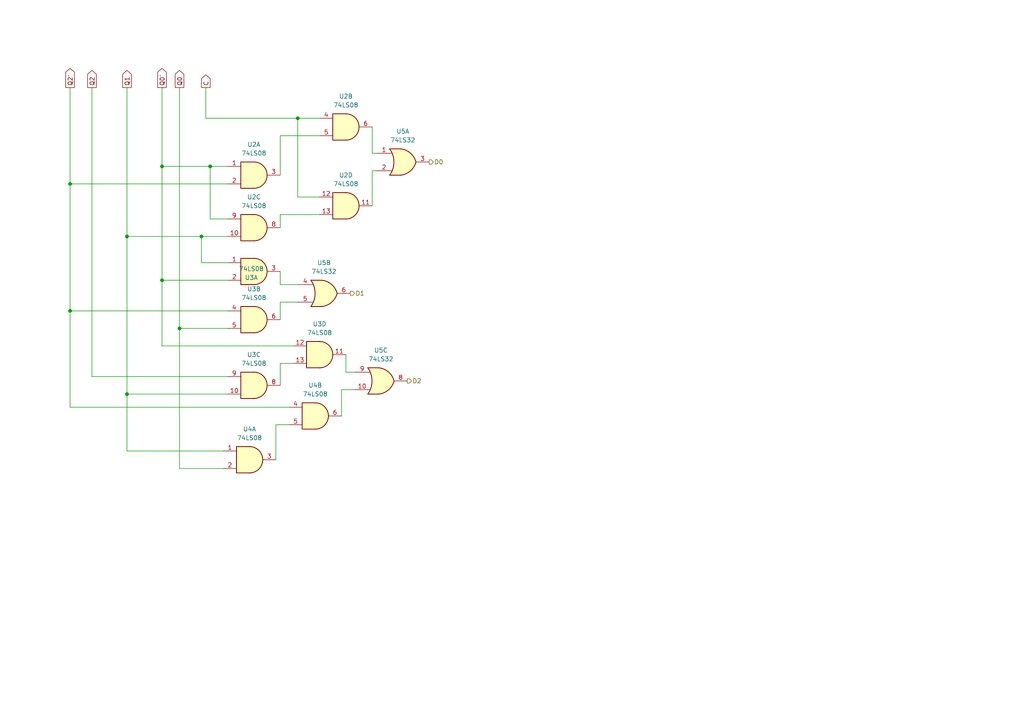
<source format=kicad_sch>
(kicad_sch (version 20250114) (generator "eeschema") (generator_version "9.0")
  (paper "A4")
  (lib_symbols
    (symbol "74xx:74LS08" (pin_names (offset 1.016))
      (property "Reference" "U" (at 0 1.27 0))
      (property "Value" "74LS08" (at 0 -1.27 0))
      (symbol "74LS08_1_1"
        (arc (start 0 3.81) (mid 3.7934 0) (end 0 -3.81) (stroke (width 0.254)) (fill (type background)))
        (polyline (pts (xy 0 3.81) (xy -3.81 3.81) (xy -3.81 -3.81) (xy 0 -3.81)) (stroke (width 0.254)) (fill (type background)))
        (pin input line (at -7.62 2.54 0) (length 3.81) (name "~") (number "1"))
        (pin input line (at -7.62 -2.54 0) (length 3.81) (name "~") (number "2"))
        (pin output line (at 7.62 0 180) (length 3.81) (name "~") (number "3"))
      )
      (symbol "74LS08_1_2"
        (arc (start -3.81 3.81) (mid -2.589 0) (end -3.81 -3.81) (stroke (width 0.254)))
        (polyline (pts (xy -3.81 3.81) (xy -0.635 3.81)) (stroke (width 0.254)) (fill (type background)))
        (polyline (pts (xy -3.81 -3.81) (xy -0.635 -3.81)) (stroke (width 0.254)) (fill (type background)))
        (arc (start 3.81 0) (mid 2.1855 -2.584) (end -0.6096 -3.81) (stroke (width 0.254)) (fill (type background)))
        (arc (start -0.6096 3.81) (mid 2.1928 2.5924) (end 3.81 0) (stroke (width 0.254)) (fill (type background)))
        (polyline (pts (xy -0.635 3.81) (xy -3.81 3.81) (xy -3.81 3.81) (xy -3.556 3.4036) (xy -3.0226 2.2606) (xy -2.6924 1.0414) (xy -2.6162 -0.254) (xy -2.7686 -1.4986) (xy -3.175 -2.7178) (xy -3.81 -3.81) (xy -3.81 -3.81) (xy -0.635 -3.81)) (stroke (width -25.4)) (fill (type background)))
        (pin input inverted (at -7.62 2.54 0) (length 4.318) (name "~") (number "1"))
        (pin input inverted (at -7.62 -2.54 0) (length 4.318) (name "~") (number "2"))
        (pin output inverted (at 7.62 0 180) (length 3.81) (name "~") (number "3"))
      )
      (symbol "74LS08_2_1"
        (arc (start 0 3.81) (mid 3.7934 0) (end 0 -3.81) (stroke (width 0.254)) (fill (type background)))
        (polyline (pts (xy 0 3.81) (xy -3.81 3.81) (xy -3.81 -3.81) (xy 0 -3.81)) (stroke (width 0.254)) (fill (type background)))
        (pin input line (at -7.62 2.54 0) (length 3.81) (name "~") (number "4"))
        (pin input line (at -7.62 -2.54 0) (length 3.81) (name "~") (number "5"))
        (pin output line (at 7.62 0 180) (length 3.81) (name "~") (number "6"))
      )
      (symbol "74LS08_2_2"
        (arc (start -3.81 3.81) (mid -2.589 0) (end -3.81 -3.81) (stroke (width 0.254)))
        (polyline (pts (xy -3.81 3.81) (xy -0.635 3.81)) (stroke (width 0.254)) (fill (type background)))
        (polyline (pts (xy -3.81 -3.81) (xy -0.635 -3.81)) (stroke (width 0.254)) (fill (type background)))
        (arc (start 3.81 0) (mid 2.1855 -2.584) (end -0.6096 -3.81) (stroke (width 0.254)) (fill (type background)))
        (arc (start -0.6096 3.81) (mid 2.1928 2.5924) (end 3.81 0) (stroke (width 0.254)) (fill (type background)))
        (polyline (pts (xy -0.635 3.81) (xy -3.81 3.81) (xy -3.81 3.81) (xy -3.556 3.4036) (xy -3.0226 2.2606) (xy -2.6924 1.0414) (xy -2.6162 -0.254) (xy -2.7686 -1.4986) (xy -3.175 -2.7178) (xy -3.81 -3.81) (xy -3.81 -3.81) (xy -0.635 -3.81)) (stroke (width -25.4)) (fill (type background)))
        (pin input inverted (at -7.62 2.54 0) (length 4.318) (name "~") (number "4"))
        (pin input inverted (at -7.62 -2.54 0) (length 4.318) (name "~") (number "5"))
        (pin output inverted (at 7.62 0 180) (length 3.81) (name "~") (number "6"))
      )
      (symbol "74LS08_3_1"
        (arc (start 0 3.81) (mid 3.7934 0) (end 0 -3.81) (stroke (width 0.254)) (fill (type background)))
        (polyline (pts (xy 0 3.81) (xy -3.81 3.81) (xy -3.81 -3.81) (xy 0 -3.81)) (stroke (width 0.254)) (fill (type background)))
        (pin input line (at -7.62 2.54 0) (length 3.81) (name "~") (number "9"))
        (pin input line (at -7.62 -2.54 0) (length 3.81) (name "~") (number "10"))
        (pin output line (at 7.62 0 180) (length 3.81) (name "~") (number "8"))
      )
      (symbol "74LS08_3_2"
        (arc (start -3.81 3.81) (mid -2.589 0) (end -3.81 -3.81) (stroke (width 0.254)))
        (polyline (pts (xy -3.81 3.81) (xy -0.635 3.81)) (stroke (width 0.254)) (fill (type background)))
        (polyline (pts (xy -3.81 -3.81) (xy -0.635 -3.81)) (stroke (width 0.254)) (fill (type background)))
        (arc (start 3.81 0) (mid 2.1855 -2.584) (end -0.6096 -3.81) (stroke (width 0.254)) (fill (type background)))
        (arc (start -0.6096 3.81) (mid 2.1928 2.5924) (end 3.81 0) (stroke (width 0.254)) (fill (type background)))
        (polyline (pts (xy -0.635 3.81) (xy -3.81 3.81) (xy -3.81 3.81) (xy -3.556 3.4036) (xy -3.0226 2.2606) (xy -2.6924 1.0414) (xy -2.6162 -0.254) (xy -2.7686 -1.4986) (xy -3.175 -2.7178) (xy -3.81 -3.81) (xy -3.81 -3.81) (xy -0.635 -3.81)) (stroke (width -25.4)) (fill (type background)))
        (pin input inverted (at -7.62 2.54 0) (length 4.318) (name "~") (number "9"))
        (pin input inverted (at -7.62 -2.54 0) (length 4.318) (name "~") (number "10"))
        (pin output inverted (at 7.62 0 180) (length 3.81) (name "~") (number "8"))
      )
      (symbol "74LS08_4_1"
        (arc (start 0 3.81) (mid 3.7934 0) (end 0 -3.81) (stroke (width 0.254)) (fill (type background)))
        (polyline (pts (xy 0 3.81) (xy -3.81 3.81) (xy -3.81 -3.81) (xy 0 -3.81)) (stroke (width 0.254)) (fill (type background)))
        (pin input line (at -7.62 2.54 0) (length 3.81) (name "~") (number "12"))
        (pin input line (at -7.62 -2.54 0) (length 3.81) (name "~") (number "13"))
        (pin output line (at 7.62 0 180) (length 3.81) (name "~") (number "11"))
      )
      (symbol "74LS08_4_2"
        (arc (start -3.81 3.81) (mid -2.589 0) (end -3.81 -3.81) (stroke (width 0.254)))
        (polyline (pts (xy -3.81 3.81) (xy -0.635 3.81)) (stroke (width 0.254)) (fill (type background)))
        (polyline (pts (xy -3.81 -3.81) (xy -0.635 -3.81)) (stroke (width 0.254)) (fill (type background)))
        (arc (start 3.81 0) (mid 2.1855 -2.584) (end -0.6096 -3.81) (stroke (width 0.254)) (fill (type background)))
        (arc (start -0.6096 3.81) (mid 2.1928 2.5924) (end 3.81 0) (stroke (width 0.254)) (fill (type background)))
        (polyline (pts (xy -0.635 3.81) (xy -3.81 3.81) (xy -3.81 3.81) (xy -3.556 3.4036) (xy -3.0226 2.2606) (xy -2.6924 1.0414) (xy -2.6162 -0.254) (xy -2.7686 -1.4986) (xy -3.175 -2.7178) (xy -3.81 -3.81) (xy -3.81 -3.81) (xy -0.635 -3.81)) (stroke (width -25.4)) (fill (type background)))
        (pin input inverted (at -7.62 2.54 0) (length 4.318) (name "~") (number "12"))
        (pin input inverted (at -7.62 -2.54 0) (length 4.318) (name "~") (number "13"))
        (pin output inverted (at 7.62 0 180) (length 3.81) (name "~") (number "11"))
      )
      (symbol "74LS08_5_0"
        (pin power_in line (at 0 12.7 270) (length 5.08) (name "VCC") (number "14"))
        (pin power_in line (at 0 -12.7 90) (length 5.08) (name "GND") (number "7"))
      )
      (symbol "74LS08_5_1"
        (rectangle (start -5.08 7.62) (end 5.08 -7.62) (stroke (width 0.254)) (fill (type background)))
      )
    )
    (symbol "74xx:74LS32" (pin_names (offset 1.016))
      (property "Reference" "U" (at 0 1.27 0))
      (property "Value" "74LS32" (at 0 -1.27 0))
      (symbol "74LS32_1_1"
        (arc (start -3.81 3.81) (mid -2.589 0) (end -3.81 -3.81) (stroke (width 0.254)))
        (polyline (pts (xy -3.81 3.81) (xy -0.635 3.81)) (stroke (width 0.254)) (fill (type background)))
        (polyline (pts (xy -3.81 -3.81) (xy -0.635 -3.81)) (stroke (width 0.254)) (fill (type background)))
        (arc (start 3.81 0) (mid 2.1855 -2.584) (end -0.6096 -3.81) (stroke (width 0.254)) (fill (type background)))
        (arc (start -0.6096 3.81) (mid 2.1928 2.5924) (end 3.81 0) (stroke (width 0.254)) (fill (type background)))
        (polyline (pts (xy -0.635 3.81) (xy -3.81 3.81) (xy -3.81 3.81) (xy -3.556 3.4036) (xy -3.0226 2.2606) (xy -2.6924 1.0414) (xy -2.6162 -0.254) (xy -2.7686 -1.4986) (xy -3.175 -2.7178) (xy -3.81 -3.81) (xy -3.81 -3.81) (xy -0.635 -3.81)) (stroke (width -25.4)) (fill (type background)))
        (pin input line (at -7.62 2.54 0) (length 4.318) (name "~") (number "1"))
        (pin input line (at -7.62 -2.54 0) (length 4.318) (name "~") (number "2"))
        (pin output line (at 7.62 0 180) (length 3.81) (name "~") (number "3"))
      )
      (symbol "74LS32_1_2"
        (arc (start 0 3.81) (mid 3.7934 0) (end 0 -3.81) (stroke (width 0.254)) (fill (type background)))
        (polyline (pts (xy 0 3.81) (xy -3.81 3.81) (xy -3.81 -3.81) (xy 0 -3.81)) (stroke (width 0.254)) (fill (type background)))
        (pin input inverted (at -7.62 2.54 0) (length 3.81) (name "~") (number "1"))
        (pin input inverted (at -7.62 -2.54 0) (length 3.81) (name "~") (number "2"))
        (pin output inverted (at 7.62 0 180) (length 3.81) (name "~") (number "3"))
      )
      (symbol "74LS32_2_1"
        (arc (start -3.81 3.81) (mid -2.589 0) (end -3.81 -3.81) (stroke (width 0.254)))
        (polyline (pts (xy -3.81 3.81) (xy -0.635 3.81)) (stroke (width 0.254)) (fill (type background)))
        (polyline (pts (xy -3.81 -3.81) (xy -0.635 -3.81)) (stroke (width 0.254)) (fill (type background)))
        (arc (start 3.81 0) (mid 2.1855 -2.584) (end -0.6096 -3.81) (stroke (width 0.254)) (fill (type background)))
        (arc (start -0.6096 3.81) (mid 2.1928 2.5924) (end 3.81 0) (stroke (width 0.254)) (fill (type background)))
        (polyline (pts (xy -0.635 3.81) (xy -3.81 3.81) (xy -3.81 3.81) (xy -3.556 3.4036) (xy -3.0226 2.2606) (xy -2.6924 1.0414) (xy -2.6162 -0.254) (xy -2.7686 -1.4986) (xy -3.175 -2.7178) (xy -3.81 -3.81) (xy -3.81 -3.81) (xy -0.635 -3.81)) (stroke (width -25.4)) (fill (type background)))
        (pin input line (at -7.62 2.54 0) (length 4.318) (name "~") (number "4"))
        (pin input line (at -7.62 -2.54 0) (length 4.318) (name "~") (number "5"))
        (pin output line (at 7.62 0 180) (length 3.81) (name "~") (number "6"))
      )
      (symbol "74LS32_2_2"
        (arc (start 0 3.81) (mid 3.7934 0) (end 0 -3.81) (stroke (width 0.254)) (fill (type background)))
        (polyline (pts (xy 0 3.81) (xy -3.81 3.81) (xy -3.81 -3.81) (xy 0 -3.81)) (stroke (width 0.254)) (fill (type background)))
        (pin input inverted (at -7.62 2.54 0) (length 3.81) (name "~") (number "4"))
        (pin input inverted (at -7.62 -2.54 0) (length 3.81) (name "~") (number "5"))
        (pin output inverted (at 7.62 0 180) (length 3.81) (name "~") (number "6"))
      )
      (symbol "74LS32_3_1"
        (arc (start -3.81 3.81) (mid -2.589 0) (end -3.81 -3.81) (stroke (width 0.254)))
        (polyline (pts (xy -3.81 3.81) (xy -0.635 3.81)) (stroke (width 0.254)) (fill (type background)))
        (polyline (pts (xy -3.81 -3.81) (xy -0.635 -3.81)) (stroke (width 0.254)) (fill (type background)))
        (arc (start 3.81 0) (mid 2.1855 -2.584) (end -0.6096 -3.81) (stroke (width 0.254)) (fill (type background)))
        (arc (start -0.6096 3.81) (mid 2.1928 2.5924) (end 3.81 0) (stroke (width 0.254)) (fill (type background)))
        (polyline (pts (xy -0.635 3.81) (xy -3.81 3.81) (xy -3.81 3.81) (xy -3.556 3.4036) (xy -3.0226 2.2606) (xy -2.6924 1.0414) (xy -2.6162 -0.254) (xy -2.7686 -1.4986) (xy -3.175 -2.7178) (xy -3.81 -3.81) (xy -3.81 -3.81) (xy -0.635 -3.81)) (stroke (width -25.4)) (fill (type background)))
        (pin input line (at -7.62 2.54 0) (length 4.318) (name "~") (number "9"))
        (pin input line (at -7.62 -2.54 0) (length 4.318) (name "~") (number "10"))
        (pin output line (at 7.62 0 180) (length 3.81) (name "~") (number "8"))
      )
      (symbol "74LS32_3_2"
        (arc (start 0 3.81) (mid 3.7934 0) (end 0 -3.81) (stroke (width 0.254)) (fill (type background)))
        (polyline (pts (xy 0 3.81) (xy -3.81 3.81) (xy -3.81 -3.81) (xy 0 -3.81)) (stroke (width 0.254)) (fill (type background)))
        (pin input inverted (at -7.62 2.54 0) (length 3.81) (name "~") (number "9"))
        (pin input inverted (at -7.62 -2.54 0) (length 3.81) (name "~") (number "10"))
        (pin output inverted (at 7.62 0 180) (length 3.81) (name "~") (number "8"))
      )
      (symbol "74LS32_4_1"
        (arc (start -3.81 3.81) (mid -2.589 0) (end -3.81 -3.81) (stroke (width 0.254)))
        (polyline (pts (xy -3.81 3.81) (xy -0.635 3.81)) (stroke (width 0.254)) (fill (type background)))
        (polyline (pts (xy -3.81 -3.81) (xy -0.635 -3.81)) (stroke (width 0.254)) (fill (type background)))
        (arc (start 3.81 0) (mid 2.1855 -2.584) (end -0.6096 -3.81) (stroke (width 0.254)) (fill (type background)))
        (arc (start -0.6096 3.81) (mid 2.1928 2.5924) (end 3.81 0) (stroke (width 0.254)) (fill (type background)))
        (polyline (pts (xy -0.635 3.81) (xy -3.81 3.81) (xy -3.81 3.81) (xy -3.556 3.4036) (xy -3.0226 2.2606) (xy -2.6924 1.0414) (xy -2.6162 -0.254) (xy -2.7686 -1.4986) (xy -3.175 -2.7178) (xy -3.81 -3.81) (xy -3.81 -3.81) (xy -0.635 -3.81)) (stroke (width -25.4)) (fill (type background)))
        (pin input line (at -7.62 2.54 0) (length 4.318) (name "~") (number "12"))
        (pin input line (at -7.62 -2.54 0) (length 4.318) (name "~") (number "13"))
        (pin output line (at 7.62 0 180) (length 3.81) (name "~") (number "11"))
      )
      (symbol "74LS32_4_2"
        (arc (start 0 3.81) (mid 3.7934 0) (end 0 -3.81) (stroke (width 0.254)) (fill (type background)))
        (polyline (pts (xy 0 3.81) (xy -3.81 3.81) (xy -3.81 -3.81) (xy 0 -3.81)) (stroke (width 0.254)) (fill (type background)))
        (pin input inverted (at -7.62 2.54 0) (length 3.81) (name "~") (number "12"))
        (pin input inverted (at -7.62 -2.54 0) (length 3.81) (name "~") (number "13"))
        (pin output inverted (at 7.62 0 180) (length 3.81) (name "~") (number "11"))
      )
      (symbol "74LS32_5_0"
        (pin power_in line (at 0 12.7 270) (length 5.08) (name "VCC") (number "14"))
        (pin power_in line (at 0 -12.7 90) (length 5.08) (name "GND") (number "7"))
      )
      (symbol "74LS32_5_1"
        (rectangle (start -5.08 7.62) (end 5.08 -7.62) (stroke (width 0.254)) (fill (type background)))
      )
    )
  )
  (junction (at 46.99 81.28))
  (junction (at 36.83 68.58))
  (junction (at 60.96 48.26))
  (junction (at 36.83 114.3))
  (junction (at 86.36 34.29))
  (junction (at 20.32 90.17))
  (junction (at 20.32 53.34))
  (junction (at 46.99 48.26))
  (junction (at 52.07 95.25))
  (junction (at 58.42 68.58))
  (wire (pts (xy 36.83 68.58) (xy 36.83 114.3)))
  (wire (pts (xy 100.33 102.87) (xy 100.33 107.95)))
  (wire (pts (xy 81.28 39.37) (xy 92.71 39.37)))
  (wire (pts (xy 86.36 34.29) (xy 86.36 57.15)))
  (wire (pts (xy 46.99 25.4) (xy 46.99 48.26)))
  (wire (pts (xy 46.99 100.33) (xy 85.09 100.33)))
  (wire (pts (xy 36.83 114.3) (xy 36.83 130.81)))
  (wire (pts (xy 81.28 105.41) (xy 85.09 105.41)))
  (wire (pts (xy 60.96 63.5) (xy 66.04 63.5)))
  (wire (pts (xy 58.42 68.58) (xy 66.04 68.58)))
  (wire (pts (xy 107.95 36.83) (xy 107.95 44.45)))
  (wire (pts (xy 20.32 25.4) (xy 20.32 53.34)))
  (wire (pts (xy 107.95 49.53) (xy 109.22 49.53)))
  (wire (pts (xy 80.01 123.19) (xy 83.82 123.19)))
  (wire (pts (xy 52.07 95.25) (xy 52.07 135.89)))
  (wire (pts (xy 20.32 118.11) (xy 83.82 118.11)))
  (wire (pts (xy 52.07 25.4) (xy 52.07 95.25)))
  (wire (pts (xy 107.95 59.69) (xy 107.95 49.53)))
  (wire (pts (xy 58.42 68.58) (xy 58.42 76.2)))
  (wire (pts (xy 81.28 87.63) (xy 86.36 87.63)))
  (wire (pts (xy 26.67 109.22) (xy 66.04 109.22)))
  (wire (pts (xy 20.32 90.17) (xy 66.04 90.17)))
  (wire (pts (xy 20.32 53.34) (xy 20.32 90.17)))
  (wire (pts (xy 81.28 66.04) (xy 81.28 62.23)))
  (wire (pts (xy 46.99 48.26) (xy 46.99 81.28)))
  (wire (pts (xy 107.95 44.45) (xy 109.22 44.45)))
  (wire (pts (xy 58.42 76.2) (xy 66.04 76.2)))
  (wire (pts (xy 20.32 90.17) (xy 20.32 118.11)))
  (wire (pts (xy 60.96 48.26) (xy 60.96 63.5)))
  (wire (pts (xy 36.83 68.58) (xy 58.42 68.58)))
  (wire (pts (xy 60.96 48.26) (xy 66.04 48.26)))
  (wire (pts (xy 46.99 81.28) (xy 46.99 100.33)))
  (wire (pts (xy 81.28 92.71) (xy 81.28 87.63)))
  (wire (pts (xy 80.01 133.35) (xy 80.01 123.19)))
  (wire (pts (xy 81.28 50.8) (xy 81.28 39.37)))
  (wire (pts (xy 81.28 111.76) (xy 81.28 105.41)))
  (wire (pts (xy 26.67 25.4) (xy 26.67 109.22)))
  (wire (pts (xy 86.36 57.15) (xy 92.71 57.15)))
  (wire (pts (xy 36.83 25.4) (xy 36.83 68.58)))
  (wire (pts (xy 100.33 107.95) (xy 102.87 107.95)))
  (wire (pts (xy 59.69 34.29) (xy 86.36 34.29)))
  (wire (pts (xy 36.83 114.3) (xy 66.04 114.3)))
  (wire (pts (xy 59.69 25.4) (xy 59.69 34.29)))
  (wire (pts (xy 99.06 113.03) (xy 102.87 113.03)))
  (wire (pts (xy 86.36 34.29) (xy 92.71 34.29)))
  (wire (pts (xy 36.83 130.81) (xy 64.77 130.81)))
  (wire (pts (xy 20.32 53.34) (xy 66.04 53.34)))
  (wire (pts (xy 99.06 120.65) (xy 99.06 113.03)))
  (wire (pts (xy 81.28 78.74) (xy 81.28 82.55)))
  (wire (pts (xy 52.07 135.89) (xy 64.77 135.89)))
  (wire (pts (xy 81.28 82.55) (xy 86.36 82.55)))
  (wire (pts (xy 52.07 95.25) (xy 66.04 95.25)))
  (wire (pts (xy 46.99 81.28) (xy 66.04 81.28)))
  (wire (pts (xy 81.28 62.23) (xy 92.71 62.23)))
  (wire (pts (xy 46.99 48.26) (xy 60.96 48.26)))
  (global_label "Q0'" (shape output) (at 46.99 25.4 90) (property "Intersheetrefs" "${INTERSHEET_REFS}" (effects (hide yes))))
  (global_label "Q1" (shape output) (at 36.83 25.4 90) (property "Intersheetrefs" "${INTERSHEET_REFS}" (effects (hide yes))))
  (global_label "C" (shape output) (at 59.69 25.4 90) (property "Intersheetrefs" "${INTERSHEET_REFS}" (effects (hide yes))))
  (global_label "Q0" (shape output) (at 52.07 25.4 90) (property "Intersheetrefs" "${INTERSHEET_REFS}" (effects (hide yes))))
  (global_label "Q2" (shape output) (at 26.67 25.4 90) (property "Intersheetrefs" "${INTERSHEET_REFS}" (effects (hide yes))))
  (global_label "Q2'" (shape output) (at 20.32 25.4 90) (property "Intersheetrefs" "${INTERSHEET_REFS}" (effects (hide yes))))
  (hierarchical_label "D0" (shape output) (at 124.46 46.99 0))
  (hierarchical_label "D1" (shape output) (at 101.6 85.09 0))
  (hierarchical_label "D2" (shape output) (at 118.11 110.49 0))
  (symbol (lib_id "74xx:74LS08") (at 91.44 120.65 0) (unit 2)
    (property "Reference" "U4" (at 91.4317 111.76 0))
    (property "Value" "74LS08" (at 91.4317 114.3 0))
    (property "Footprint" "Package_DIP:DIP-14_W7.62mm_LongPads" (effects (hide yes)))
    (property "Datasheet" "http://www.ti.com/lit/gpn/sn74LS08" (effects (hide yes)))
    (property "Description" "Quad And2" (effects (hide yes)))
  )
  (symbol (lib_id "74xx:74LS32") (at 93.98 85.09 0) (unit 2)
    (property "Reference" "U5" (at 93.98 76.2 0))
    (property "Value" "74LS32" (at 93.98 78.74 0))
    (property "Footprint" "Package_DIP:DIP-14_W7.62mm_LongPads" (effects (hide yes)))
    (property "Datasheet" "http://www.ti.com/lit/gpn/sn74LS32" (effects (hide yes)))
    (property "Description" "Quad 2-input OR" (effects (hide yes)))
  )
  (symbol (lib_id "74xx:74LS08") (at 73.66 66.04 0) (unit 3)
    (property "Reference" "U2" (at 73.6517 57.15 0))
    (property "Value" "74LS08" (at 73.6517 59.69 0))
    (property "Footprint" "Package_DIP:DIP-14_W7.62mm_LongPads" (effects (hide yes)))
    (property "Datasheet" "http://www.ti.com/lit/gpn/sn74LS08" (effects (hide yes)))
    (property "Description" "Quad And2" (effects (hide yes)))
  )
  (symbol (lib_id "74xx:74LS08") (at 73.66 50.8 0) (unit 1)
    (property "Reference" "U2" (at 73.6517 41.91 0))
    (property "Value" "74LS08" (at 73.6517 44.45 0))
    (property "Footprint" "Package_DIP:DIP-14_W7.62mm_LongPads" (effects (hide yes)))
    (property "Datasheet" "http://www.ti.com/lit/gpn/sn74LS08" (effects (hide yes)))
    (property "Description" "Quad And2" (effects (hide yes)))
  )
  (symbol (lib_id "74xx:74LS08") (at 73.66 78.74 0) (unit 1)
    (property "Reference" "U3" (at 72.898 80.518 0))
    (property "Value" "74LS08" (at 72.898 77.978 0))
    (property "Footprint" "Package_DIP:DIP-14_W7.62mm_LongPads" (effects (hide yes)))
    (property "Datasheet" "http://www.ti.com/lit/gpn/sn74LS08" (effects (hide yes)))
    (property "Description" "Quad And2" (effects (hide yes)))
  )
  (symbol (lib_id "74xx:74LS08") (at 72.39 133.35 0) (unit 1)
    (property "Reference" "U4" (at 72.3817 124.46 0))
    (property "Value" "74LS08" (at 72.3817 127 0))
    (property "Footprint" "Package_DIP:DIP-14_W7.62mm_LongPads" (effects (hide yes)))
    (property "Datasheet" "http://www.ti.com/lit/gpn/sn74LS08" (effects (hide yes)))
    (property "Description" "Quad And2" (effects (hide yes)))
  )
  (symbol (lib_id "74xx:74LS32") (at 116.84 46.99 0) (unit 1)
    (property "Reference" "U5" (at 116.84 38.1 0))
    (property "Value" "74LS32" (at 116.84 40.64 0))
    (property "Footprint" "Package_DIP:DIP-14_W7.62mm_LongPads" (effects (hide yes)))
    (property "Datasheet" "http://www.ti.com/lit/gpn/sn74LS32" (effects (hide yes)))
    (property "Description" "Quad 2-input OR" (effects (hide yes)))
  )
  (symbol (lib_id "74xx:74LS08") (at 100.33 59.69 0) (unit 4)
    (property "Reference" "U2" (at 100.3217 50.8 0))
    (property "Value" "74LS08" (at 100.3217 53.34 0))
    (property "Footprint" "Package_DIP:DIP-14_W7.62mm_LongPads" (effects (hide yes)))
    (property "Datasheet" "http://www.ti.com/lit/gpn/sn74LS08" (effects (hide yes)))
    (property "Description" "Quad And2" (effects (hide yes)))
  )
  (symbol (lib_id "74xx:74LS08") (at 100.33 36.83 0) (unit 2)
    (property "Reference" "U2" (at 100.3217 27.94 0))
    (property "Value" "74LS08" (at 100.3217 30.48 0))
    (property "Footprint" "Package_DIP:DIP-14_W7.62mm_LongPads" (effects (hide yes)))
    (property "Datasheet" "http://www.ti.com/lit/gpn/sn74LS08" (effects (hide yes)))
    (property "Description" "Quad And2" (effects (hide yes)))
  )
  (symbol (lib_id "74xx:74LS32") (at 110.49 110.49 0) (unit 3)
    (property "Reference" "U5" (at 110.49 101.6 0))
    (property "Value" "74LS32" (at 110.49 104.14 0))
    (property "Footprint" "Package_DIP:DIP-14_W7.62mm_LongPads" (effects (hide yes)))
    (property "Datasheet" "http://www.ti.com/lit/gpn/sn74LS32" (effects (hide yes)))
    (property "Description" "Quad 2-input OR" (effects (hide yes)))
  )
  (symbol (lib_id "74xx:74LS08") (at 92.71 102.87 0) (unit 4)
    (property "Reference" "U3" (at 92.7017 93.98 0))
    (property "Value" "74LS08" (at 92.7017 96.52 0))
    (property "Footprint" "Package_DIP:DIP-14_W7.62mm_LongPads" (effects (hide yes)))
    (property "Datasheet" "http://www.ti.com/lit/gpn/sn74LS08" (effects (hide yes)))
    (property "Description" "Quad And2" (effects (hide yes)))
  )
  (symbol (lib_id "74xx:74LS08") (at 73.66 92.71 0) (unit 2)
    (property "Reference" "U3" (at 73.6517 83.82 0))
    (property "Value" "74LS08" (at 73.6517 86.36 0))
    (property "Footprint" "Package_DIP:DIP-14_W7.62mm_LongPads" (effects (hide yes)))
    (property "Datasheet" "http://www.ti.com/lit/gpn/sn74LS08" (effects (hide yes)))
    (property "Description" "Quad And2" (effects (hide yes)))
  )
  (symbol (lib_id "74xx:74LS08") (at 73.66 111.76 0) (unit 3)
    (property "Reference" "U3" (at 73.6517 102.87 0))
    (property "Value" "74LS08" (at 73.6517 105.41 0))
    (property "Footprint" "Package_DIP:DIP-14_W7.62mm_LongPads" (effects (hide yes)))
    (property "Datasheet" "http://www.ti.com/lit/gpn/sn74LS08" (effects (hide yes)))
    (property "Description" "Quad And2" (effects (hide yes)))
  )
)
</source>
